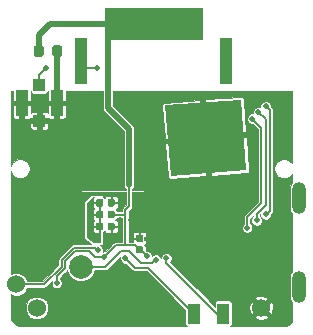
<source format=gbl>
G04 #@! TF.GenerationSoftware,KiCad,Pcbnew,5.0.0+dfsg1-2*
G04 #@! TF.CreationDate,2018-09-16T15:45:03-04:00*
G04 #@! TF.ProjectId,goodwatch30,676F6F64776174636833302E6B696361,30*
G04 #@! TF.SameCoordinates,Original*
G04 #@! TF.FileFunction,Copper,L2,Bot,Signal*
G04 #@! TF.FilePolarity,Positive*
%FSLAX46Y46*%
G04 Gerber Fmt 4.6, Leading zero omitted, Abs format (unit mm)*
G04 Created by KiCad (PCBNEW 5.0.0+dfsg1-2) date Sun Sep 16 15:45:03 2018*
%MOMM*%
%LPD*%
G01*
G04 APERTURE LIST*
G04 #@! TA.AperFunction,Conductor*
%ADD10C,0.100000*%
G04 #@! TD*
G04 #@! TA.AperFunction,SMDPad,CuDef*
%ADD11C,0.590000*%
G04 #@! TD*
G04 #@! TA.AperFunction,BGAPad,CuDef*
%ADD12C,2.000000*%
G04 #@! TD*
G04 #@! TA.AperFunction,ComponentPad*
%ADD13C,1.524000*%
G04 #@! TD*
G04 #@! TA.AperFunction,ConnectorPad*
%ADD14R,8.300000X2.750000*%
G04 #@! TD*
G04 #@! TA.AperFunction,ConnectorPad*
%ADD15C,6.000000*%
G04 #@! TD*
G04 #@! TA.AperFunction,ComponentPad*
%ADD16O,1.200000X2.700000*%
G04 #@! TD*
G04 #@! TA.AperFunction,SMDPad,CuDef*
%ADD17R,1.050000X2.200000*%
G04 #@! TD*
G04 #@! TA.AperFunction,SMDPad,CuDef*
%ADD18R,1.000000X1.000000*%
G04 #@! TD*
G04 #@! TA.AperFunction,SMDPad,CuDef*
%ADD19R,1.000000X4.000000*%
G04 #@! TD*
G04 #@! TA.AperFunction,SMDPad,CuDef*
%ADD20C,0.875000*%
G04 #@! TD*
G04 #@! TA.AperFunction,SMDPad,CuDef*
%ADD21R,1.000000X1.800000*%
G04 #@! TD*
G04 #@! TA.AperFunction,ViaPad*
%ADD22C,0.500000*%
G04 #@! TD*
G04 #@! TA.AperFunction,Conductor*
%ADD23C,0.150000*%
G04 #@! TD*
G04 #@! TA.AperFunction,Conductor*
%ADD24C,0.500000*%
G04 #@! TD*
G04 APERTURE END LIST*
D10*
G04 #@! TO.N,/RFVCC*
G04 #@! TO.C,C8*
G36*
X105076958Y-77180710D02*
X105091276Y-77182834D01*
X105105317Y-77186351D01*
X105118946Y-77191228D01*
X105132031Y-77197417D01*
X105144447Y-77204858D01*
X105156073Y-77213481D01*
X105166798Y-77223202D01*
X105176519Y-77233927D01*
X105185142Y-77245553D01*
X105192583Y-77257969D01*
X105198772Y-77271054D01*
X105203649Y-77284683D01*
X105207166Y-77298724D01*
X105209290Y-77313042D01*
X105210000Y-77327500D01*
X105210000Y-77672500D01*
X105209290Y-77686958D01*
X105207166Y-77701276D01*
X105203649Y-77715317D01*
X105198772Y-77728946D01*
X105192583Y-77742031D01*
X105185142Y-77754447D01*
X105176519Y-77766073D01*
X105166798Y-77776798D01*
X105156073Y-77786519D01*
X105144447Y-77795142D01*
X105132031Y-77802583D01*
X105118946Y-77808772D01*
X105105317Y-77813649D01*
X105091276Y-77817166D01*
X105076958Y-77819290D01*
X105062500Y-77820000D01*
X104767500Y-77820000D01*
X104753042Y-77819290D01*
X104738724Y-77817166D01*
X104724683Y-77813649D01*
X104711054Y-77808772D01*
X104697969Y-77802583D01*
X104685553Y-77795142D01*
X104673927Y-77786519D01*
X104663202Y-77776798D01*
X104653481Y-77766073D01*
X104644858Y-77754447D01*
X104637417Y-77742031D01*
X104631228Y-77728946D01*
X104626351Y-77715317D01*
X104622834Y-77701276D01*
X104620710Y-77686958D01*
X104620000Y-77672500D01*
X104620000Y-77327500D01*
X104620710Y-77313042D01*
X104622834Y-77298724D01*
X104626351Y-77284683D01*
X104631228Y-77271054D01*
X104637417Y-77257969D01*
X104644858Y-77245553D01*
X104653481Y-77233927D01*
X104663202Y-77223202D01*
X104673927Y-77213481D01*
X104685553Y-77204858D01*
X104697969Y-77197417D01*
X104711054Y-77191228D01*
X104724683Y-77186351D01*
X104738724Y-77182834D01*
X104753042Y-77180710D01*
X104767500Y-77180000D01*
X105062500Y-77180000D01*
X105076958Y-77180710D01*
X105076958Y-77180710D01*
G37*
D11*
G04 #@! TD*
G04 #@! TO.P,C8,1*
G04 #@! TO.N,/RFVCC*
X104915000Y-77500000D03*
D10*
G04 #@! TO.N,GND*
G04 #@! TO.C,C8*
G36*
X106046958Y-77180710D02*
X106061276Y-77182834D01*
X106075317Y-77186351D01*
X106088946Y-77191228D01*
X106102031Y-77197417D01*
X106114447Y-77204858D01*
X106126073Y-77213481D01*
X106136798Y-77223202D01*
X106146519Y-77233927D01*
X106155142Y-77245553D01*
X106162583Y-77257969D01*
X106168772Y-77271054D01*
X106173649Y-77284683D01*
X106177166Y-77298724D01*
X106179290Y-77313042D01*
X106180000Y-77327500D01*
X106180000Y-77672500D01*
X106179290Y-77686958D01*
X106177166Y-77701276D01*
X106173649Y-77715317D01*
X106168772Y-77728946D01*
X106162583Y-77742031D01*
X106155142Y-77754447D01*
X106146519Y-77766073D01*
X106136798Y-77776798D01*
X106126073Y-77786519D01*
X106114447Y-77795142D01*
X106102031Y-77802583D01*
X106088946Y-77808772D01*
X106075317Y-77813649D01*
X106061276Y-77817166D01*
X106046958Y-77819290D01*
X106032500Y-77820000D01*
X105737500Y-77820000D01*
X105723042Y-77819290D01*
X105708724Y-77817166D01*
X105694683Y-77813649D01*
X105681054Y-77808772D01*
X105667969Y-77802583D01*
X105655553Y-77795142D01*
X105643927Y-77786519D01*
X105633202Y-77776798D01*
X105623481Y-77766073D01*
X105614858Y-77754447D01*
X105607417Y-77742031D01*
X105601228Y-77728946D01*
X105596351Y-77715317D01*
X105592834Y-77701276D01*
X105590710Y-77686958D01*
X105590000Y-77672500D01*
X105590000Y-77327500D01*
X105590710Y-77313042D01*
X105592834Y-77298724D01*
X105596351Y-77284683D01*
X105601228Y-77271054D01*
X105607417Y-77257969D01*
X105614858Y-77245553D01*
X105623481Y-77233927D01*
X105633202Y-77223202D01*
X105643927Y-77213481D01*
X105655553Y-77204858D01*
X105667969Y-77197417D01*
X105681054Y-77191228D01*
X105694683Y-77186351D01*
X105708724Y-77182834D01*
X105723042Y-77180710D01*
X105737500Y-77180000D01*
X106032500Y-77180000D01*
X106046958Y-77180710D01*
X106046958Y-77180710D01*
G37*
D11*
G04 #@! TD*
G04 #@! TO.P,C8,2*
G04 #@! TO.N,GND*
X105885000Y-77500000D03*
D10*
G04 #@! TO.N,GND*
G04 #@! TO.C,C9*
G36*
X106046958Y-75180710D02*
X106061276Y-75182834D01*
X106075317Y-75186351D01*
X106088946Y-75191228D01*
X106102031Y-75197417D01*
X106114447Y-75204858D01*
X106126073Y-75213481D01*
X106136798Y-75223202D01*
X106146519Y-75233927D01*
X106155142Y-75245553D01*
X106162583Y-75257969D01*
X106168772Y-75271054D01*
X106173649Y-75284683D01*
X106177166Y-75298724D01*
X106179290Y-75313042D01*
X106180000Y-75327500D01*
X106180000Y-75672500D01*
X106179290Y-75686958D01*
X106177166Y-75701276D01*
X106173649Y-75715317D01*
X106168772Y-75728946D01*
X106162583Y-75742031D01*
X106155142Y-75754447D01*
X106146519Y-75766073D01*
X106136798Y-75776798D01*
X106126073Y-75786519D01*
X106114447Y-75795142D01*
X106102031Y-75802583D01*
X106088946Y-75808772D01*
X106075317Y-75813649D01*
X106061276Y-75817166D01*
X106046958Y-75819290D01*
X106032500Y-75820000D01*
X105737500Y-75820000D01*
X105723042Y-75819290D01*
X105708724Y-75817166D01*
X105694683Y-75813649D01*
X105681054Y-75808772D01*
X105667969Y-75802583D01*
X105655553Y-75795142D01*
X105643927Y-75786519D01*
X105633202Y-75776798D01*
X105623481Y-75766073D01*
X105614858Y-75754447D01*
X105607417Y-75742031D01*
X105601228Y-75728946D01*
X105596351Y-75715317D01*
X105592834Y-75701276D01*
X105590710Y-75686958D01*
X105590000Y-75672500D01*
X105590000Y-75327500D01*
X105590710Y-75313042D01*
X105592834Y-75298724D01*
X105596351Y-75284683D01*
X105601228Y-75271054D01*
X105607417Y-75257969D01*
X105614858Y-75245553D01*
X105623481Y-75233927D01*
X105633202Y-75223202D01*
X105643927Y-75213481D01*
X105655553Y-75204858D01*
X105667969Y-75197417D01*
X105681054Y-75191228D01*
X105694683Y-75186351D01*
X105708724Y-75182834D01*
X105723042Y-75180710D01*
X105737500Y-75180000D01*
X106032500Y-75180000D01*
X106046958Y-75180710D01*
X106046958Y-75180710D01*
G37*
D11*
G04 #@! TD*
G04 #@! TO.P,C9,2*
G04 #@! TO.N,GND*
X105885000Y-75500000D03*
D10*
G04 #@! TO.N,/RFVCC*
G04 #@! TO.C,C9*
G36*
X105076958Y-75180710D02*
X105091276Y-75182834D01*
X105105317Y-75186351D01*
X105118946Y-75191228D01*
X105132031Y-75197417D01*
X105144447Y-75204858D01*
X105156073Y-75213481D01*
X105166798Y-75223202D01*
X105176519Y-75233927D01*
X105185142Y-75245553D01*
X105192583Y-75257969D01*
X105198772Y-75271054D01*
X105203649Y-75284683D01*
X105207166Y-75298724D01*
X105209290Y-75313042D01*
X105210000Y-75327500D01*
X105210000Y-75672500D01*
X105209290Y-75686958D01*
X105207166Y-75701276D01*
X105203649Y-75715317D01*
X105198772Y-75728946D01*
X105192583Y-75742031D01*
X105185142Y-75754447D01*
X105176519Y-75766073D01*
X105166798Y-75776798D01*
X105156073Y-75786519D01*
X105144447Y-75795142D01*
X105132031Y-75802583D01*
X105118946Y-75808772D01*
X105105317Y-75813649D01*
X105091276Y-75817166D01*
X105076958Y-75819290D01*
X105062500Y-75820000D01*
X104767500Y-75820000D01*
X104753042Y-75819290D01*
X104738724Y-75817166D01*
X104724683Y-75813649D01*
X104711054Y-75808772D01*
X104697969Y-75802583D01*
X104685553Y-75795142D01*
X104673927Y-75786519D01*
X104663202Y-75776798D01*
X104653481Y-75766073D01*
X104644858Y-75754447D01*
X104637417Y-75742031D01*
X104631228Y-75728946D01*
X104626351Y-75715317D01*
X104622834Y-75701276D01*
X104620710Y-75686958D01*
X104620000Y-75672500D01*
X104620000Y-75327500D01*
X104620710Y-75313042D01*
X104622834Y-75298724D01*
X104626351Y-75284683D01*
X104631228Y-75271054D01*
X104637417Y-75257969D01*
X104644858Y-75245553D01*
X104653481Y-75233927D01*
X104663202Y-75223202D01*
X104673927Y-75213481D01*
X104685553Y-75204858D01*
X104697969Y-75197417D01*
X104711054Y-75191228D01*
X104724683Y-75186351D01*
X104738724Y-75182834D01*
X104753042Y-75180710D01*
X104767500Y-75180000D01*
X105062500Y-75180000D01*
X105076958Y-75180710D01*
X105076958Y-75180710D01*
G37*
D11*
G04 #@! TD*
G04 #@! TO.P,C9,1*
G04 #@! TO.N,/RFVCC*
X104915000Y-75500000D03*
D10*
G04 #@! TO.N,VCC*
G04 #@! TO.C,C3*
G36*
X108486958Y-79190710D02*
X108501276Y-79192834D01*
X108515317Y-79196351D01*
X108528946Y-79201228D01*
X108542031Y-79207417D01*
X108554447Y-79214858D01*
X108566073Y-79223481D01*
X108576798Y-79233202D01*
X108586519Y-79243927D01*
X108595142Y-79255553D01*
X108602583Y-79267969D01*
X108608772Y-79281054D01*
X108613649Y-79294683D01*
X108617166Y-79308724D01*
X108619290Y-79323042D01*
X108620000Y-79337500D01*
X108620000Y-79632500D01*
X108619290Y-79646958D01*
X108617166Y-79661276D01*
X108613649Y-79675317D01*
X108608772Y-79688946D01*
X108602583Y-79702031D01*
X108595142Y-79714447D01*
X108586519Y-79726073D01*
X108576798Y-79736798D01*
X108566073Y-79746519D01*
X108554447Y-79755142D01*
X108542031Y-79762583D01*
X108528946Y-79768772D01*
X108515317Y-79773649D01*
X108501276Y-79777166D01*
X108486958Y-79779290D01*
X108472500Y-79780000D01*
X108127500Y-79780000D01*
X108113042Y-79779290D01*
X108098724Y-79777166D01*
X108084683Y-79773649D01*
X108071054Y-79768772D01*
X108057969Y-79762583D01*
X108045553Y-79755142D01*
X108033927Y-79746519D01*
X108023202Y-79736798D01*
X108013481Y-79726073D01*
X108004858Y-79714447D01*
X107997417Y-79702031D01*
X107991228Y-79688946D01*
X107986351Y-79675317D01*
X107982834Y-79661276D01*
X107980710Y-79646958D01*
X107980000Y-79632500D01*
X107980000Y-79337500D01*
X107980710Y-79323042D01*
X107982834Y-79308724D01*
X107986351Y-79294683D01*
X107991228Y-79281054D01*
X107997417Y-79267969D01*
X108004858Y-79255553D01*
X108013481Y-79243927D01*
X108023202Y-79233202D01*
X108033927Y-79223481D01*
X108045553Y-79214858D01*
X108057969Y-79207417D01*
X108071054Y-79201228D01*
X108084683Y-79196351D01*
X108098724Y-79192834D01*
X108113042Y-79190710D01*
X108127500Y-79190000D01*
X108472500Y-79190000D01*
X108486958Y-79190710D01*
X108486958Y-79190710D01*
G37*
D11*
G04 #@! TD*
G04 #@! TO.P,C3,1*
G04 #@! TO.N,VCC*
X108300000Y-79485000D03*
D10*
G04 #@! TO.N,GND*
G04 #@! TO.C,C3*
G36*
X108486958Y-78220710D02*
X108501276Y-78222834D01*
X108515317Y-78226351D01*
X108528946Y-78231228D01*
X108542031Y-78237417D01*
X108554447Y-78244858D01*
X108566073Y-78253481D01*
X108576798Y-78263202D01*
X108586519Y-78273927D01*
X108595142Y-78285553D01*
X108602583Y-78297969D01*
X108608772Y-78311054D01*
X108613649Y-78324683D01*
X108617166Y-78338724D01*
X108619290Y-78353042D01*
X108620000Y-78367500D01*
X108620000Y-78662500D01*
X108619290Y-78676958D01*
X108617166Y-78691276D01*
X108613649Y-78705317D01*
X108608772Y-78718946D01*
X108602583Y-78732031D01*
X108595142Y-78744447D01*
X108586519Y-78756073D01*
X108576798Y-78766798D01*
X108566073Y-78776519D01*
X108554447Y-78785142D01*
X108542031Y-78792583D01*
X108528946Y-78798772D01*
X108515317Y-78803649D01*
X108501276Y-78807166D01*
X108486958Y-78809290D01*
X108472500Y-78810000D01*
X108127500Y-78810000D01*
X108113042Y-78809290D01*
X108098724Y-78807166D01*
X108084683Y-78803649D01*
X108071054Y-78798772D01*
X108057969Y-78792583D01*
X108045553Y-78785142D01*
X108033927Y-78776519D01*
X108023202Y-78766798D01*
X108013481Y-78756073D01*
X108004858Y-78744447D01*
X107997417Y-78732031D01*
X107991228Y-78718946D01*
X107986351Y-78705317D01*
X107982834Y-78691276D01*
X107980710Y-78676958D01*
X107980000Y-78662500D01*
X107980000Y-78367500D01*
X107980710Y-78353042D01*
X107982834Y-78338724D01*
X107986351Y-78324683D01*
X107991228Y-78311054D01*
X107997417Y-78297969D01*
X108004858Y-78285553D01*
X108013481Y-78273927D01*
X108023202Y-78263202D01*
X108033927Y-78253481D01*
X108045553Y-78244858D01*
X108057969Y-78237417D01*
X108071054Y-78231228D01*
X108084683Y-78226351D01*
X108098724Y-78222834D01*
X108113042Y-78220710D01*
X108127500Y-78220000D01*
X108472500Y-78220000D01*
X108486958Y-78220710D01*
X108486958Y-78220710D01*
G37*
D11*
G04 #@! TD*
G04 #@! TO.P,C3,2*
G04 #@! TO.N,GND*
X108300000Y-78515000D03*
D12*
G04 #@! TO.P,BRD1,8*
G04 #@! TO.N,/BUZZ*
X103350000Y-80900000D03*
D13*
G04 #@! TO.P,BRD1,7*
G04 #@! TO.N,GND*
X118600000Y-84400000D03*
G04 #@! TO.P,BRD1,6*
G04 #@! TO.N,/!RST*
X97870000Y-82400000D03*
G04 #@! TO.P,BRD1,5*
G04 #@! TO.N,/TST*
X99600000Y-84400000D03*
D14*
G04 #@! TO.P,BRD1,1*
G04 #@! TO.N,VCC*
X109500000Y-60400000D03*
D15*
G04 #@! TO.P,BRD1,2*
G04 #@! TO.N,GND*
X113900000Y-70000000D03*
D10*
G04 #@! TD*
G04 #@! TO.N,GND*
G04 #@! TO.C,BRD1*
G36*
X110945242Y-73241821D02*
X110474487Y-67260317D01*
X116854758Y-66758179D01*
X117325513Y-72739683D01*
X110945242Y-73241821D01*
X110945242Y-73241821D01*
G37*
D16*
G04 #@! TO.P,BRD1,3*
G04 #@! TO.N,Net-(BRD1-Pad3)*
X121800000Y-75100000D03*
G04 #@! TO.P,BRD1,4*
G04 #@! TO.N,Net-(BRD1-Pad4)*
X121800000Y-82600000D03*
G04 #@! TD*
D17*
G04 #@! TO.P,J1,2*
G04 #@! TO.N,GND*
X98325000Y-67050000D03*
X101275000Y-67050000D03*
D18*
X99800000Y-68550000D03*
G04 #@! TO.P,J1,1*
G04 #@! TO.N,Net-(A1-Pad1)*
X99800000Y-65550000D03*
G04 #@! TD*
D19*
G04 #@! TO.P,A1,1*
G04 #@! TO.N,Net-(A1-Pad1)*
X103300000Y-63500000D03*
G04 #@! TO.P,A1,2*
G04 #@! TO.N,N/C*
X115600000Y-63500000D03*
G04 #@! TD*
D10*
G04 #@! TO.N,VCC*
G04 #@! TO.C,C1*
G36*
X99989691Y-62177053D02*
X100010926Y-62180203D01*
X100031750Y-62185419D01*
X100051962Y-62192651D01*
X100071368Y-62201830D01*
X100089781Y-62212866D01*
X100107024Y-62225654D01*
X100122930Y-62240070D01*
X100137346Y-62255976D01*
X100150134Y-62273219D01*
X100161170Y-62291632D01*
X100170349Y-62311038D01*
X100177581Y-62331250D01*
X100182797Y-62352074D01*
X100185947Y-62373309D01*
X100187000Y-62394750D01*
X100187000Y-62907250D01*
X100185947Y-62928691D01*
X100182797Y-62949926D01*
X100177581Y-62970750D01*
X100170349Y-62990962D01*
X100161170Y-63010368D01*
X100150134Y-63028781D01*
X100137346Y-63046024D01*
X100122930Y-63061930D01*
X100107024Y-63076346D01*
X100089781Y-63089134D01*
X100071368Y-63100170D01*
X100051962Y-63109349D01*
X100031750Y-63116581D01*
X100010926Y-63121797D01*
X99989691Y-63124947D01*
X99968250Y-63126000D01*
X99530750Y-63126000D01*
X99509309Y-63124947D01*
X99488074Y-63121797D01*
X99467250Y-63116581D01*
X99447038Y-63109349D01*
X99427632Y-63100170D01*
X99409219Y-63089134D01*
X99391976Y-63076346D01*
X99376070Y-63061930D01*
X99361654Y-63046024D01*
X99348866Y-63028781D01*
X99337830Y-63010368D01*
X99328651Y-62990962D01*
X99321419Y-62970750D01*
X99316203Y-62949926D01*
X99313053Y-62928691D01*
X99312000Y-62907250D01*
X99312000Y-62394750D01*
X99313053Y-62373309D01*
X99316203Y-62352074D01*
X99321419Y-62331250D01*
X99328651Y-62311038D01*
X99337830Y-62291632D01*
X99348866Y-62273219D01*
X99361654Y-62255976D01*
X99376070Y-62240070D01*
X99391976Y-62225654D01*
X99409219Y-62212866D01*
X99427632Y-62201830D01*
X99447038Y-62192651D01*
X99467250Y-62185419D01*
X99488074Y-62180203D01*
X99509309Y-62177053D01*
X99530750Y-62176000D01*
X99968250Y-62176000D01*
X99989691Y-62177053D01*
X99989691Y-62177053D01*
G37*
D20*
G04 #@! TD*
G04 #@! TO.P,C1,1*
G04 #@! TO.N,VCC*
X99749500Y-62651000D03*
D10*
G04 #@! TO.N,GND*
G04 #@! TO.C,C1*
G36*
X101564691Y-62177053D02*
X101585926Y-62180203D01*
X101606750Y-62185419D01*
X101626962Y-62192651D01*
X101646368Y-62201830D01*
X101664781Y-62212866D01*
X101682024Y-62225654D01*
X101697930Y-62240070D01*
X101712346Y-62255976D01*
X101725134Y-62273219D01*
X101736170Y-62291632D01*
X101745349Y-62311038D01*
X101752581Y-62331250D01*
X101757797Y-62352074D01*
X101760947Y-62373309D01*
X101762000Y-62394750D01*
X101762000Y-62907250D01*
X101760947Y-62928691D01*
X101757797Y-62949926D01*
X101752581Y-62970750D01*
X101745349Y-62990962D01*
X101736170Y-63010368D01*
X101725134Y-63028781D01*
X101712346Y-63046024D01*
X101697930Y-63061930D01*
X101682024Y-63076346D01*
X101664781Y-63089134D01*
X101646368Y-63100170D01*
X101626962Y-63109349D01*
X101606750Y-63116581D01*
X101585926Y-63121797D01*
X101564691Y-63124947D01*
X101543250Y-63126000D01*
X101105750Y-63126000D01*
X101084309Y-63124947D01*
X101063074Y-63121797D01*
X101042250Y-63116581D01*
X101022038Y-63109349D01*
X101002632Y-63100170D01*
X100984219Y-63089134D01*
X100966976Y-63076346D01*
X100951070Y-63061930D01*
X100936654Y-63046024D01*
X100923866Y-63028781D01*
X100912830Y-63010368D01*
X100903651Y-62990962D01*
X100896419Y-62970750D01*
X100891203Y-62949926D01*
X100888053Y-62928691D01*
X100887000Y-62907250D01*
X100887000Y-62394750D01*
X100888053Y-62373309D01*
X100891203Y-62352074D01*
X100896419Y-62331250D01*
X100903651Y-62311038D01*
X100912830Y-62291632D01*
X100923866Y-62273219D01*
X100936654Y-62255976D01*
X100951070Y-62240070D01*
X100966976Y-62225654D01*
X100984219Y-62212866D01*
X101002632Y-62201830D01*
X101022038Y-62192651D01*
X101042250Y-62185419D01*
X101063074Y-62180203D01*
X101084309Y-62177053D01*
X101105750Y-62176000D01*
X101543250Y-62176000D01*
X101564691Y-62177053D01*
X101564691Y-62177053D01*
G37*
D20*
G04 #@! TD*
G04 #@! TO.P,C1,2*
G04 #@! TO.N,GND*
X101324500Y-62651000D03*
D10*
G04 #@! TO.N,/RFVCC*
G04 #@! TO.C,L1*
G36*
X105076958Y-76174710D02*
X105091276Y-76176834D01*
X105105317Y-76180351D01*
X105118946Y-76185228D01*
X105132031Y-76191417D01*
X105144447Y-76198858D01*
X105156073Y-76207481D01*
X105166798Y-76217202D01*
X105176519Y-76227927D01*
X105185142Y-76239553D01*
X105192583Y-76251969D01*
X105198772Y-76265054D01*
X105203649Y-76278683D01*
X105207166Y-76292724D01*
X105209290Y-76307042D01*
X105210000Y-76321500D01*
X105210000Y-76666500D01*
X105209290Y-76680958D01*
X105207166Y-76695276D01*
X105203649Y-76709317D01*
X105198772Y-76722946D01*
X105192583Y-76736031D01*
X105185142Y-76748447D01*
X105176519Y-76760073D01*
X105166798Y-76770798D01*
X105156073Y-76780519D01*
X105144447Y-76789142D01*
X105132031Y-76796583D01*
X105118946Y-76802772D01*
X105105317Y-76807649D01*
X105091276Y-76811166D01*
X105076958Y-76813290D01*
X105062500Y-76814000D01*
X104767500Y-76814000D01*
X104753042Y-76813290D01*
X104738724Y-76811166D01*
X104724683Y-76807649D01*
X104711054Y-76802772D01*
X104697969Y-76796583D01*
X104685553Y-76789142D01*
X104673927Y-76780519D01*
X104663202Y-76770798D01*
X104653481Y-76760073D01*
X104644858Y-76748447D01*
X104637417Y-76736031D01*
X104631228Y-76722946D01*
X104626351Y-76709317D01*
X104622834Y-76695276D01*
X104620710Y-76680958D01*
X104620000Y-76666500D01*
X104620000Y-76321500D01*
X104620710Y-76307042D01*
X104622834Y-76292724D01*
X104626351Y-76278683D01*
X104631228Y-76265054D01*
X104637417Y-76251969D01*
X104644858Y-76239553D01*
X104653481Y-76227927D01*
X104663202Y-76217202D01*
X104673927Y-76207481D01*
X104685553Y-76198858D01*
X104697969Y-76191417D01*
X104711054Y-76185228D01*
X104724683Y-76180351D01*
X104738724Y-76176834D01*
X104753042Y-76174710D01*
X104767500Y-76174000D01*
X105062500Y-76174000D01*
X105076958Y-76174710D01*
X105076958Y-76174710D01*
G37*
D11*
G04 #@! TD*
G04 #@! TO.P,L1,1*
G04 #@! TO.N,/RFVCC*
X104915000Y-76494000D03*
D10*
G04 #@! TO.N,VCC*
G04 #@! TO.C,L1*
G36*
X106046958Y-76174710D02*
X106061276Y-76176834D01*
X106075317Y-76180351D01*
X106088946Y-76185228D01*
X106102031Y-76191417D01*
X106114447Y-76198858D01*
X106126073Y-76207481D01*
X106136798Y-76217202D01*
X106146519Y-76227927D01*
X106155142Y-76239553D01*
X106162583Y-76251969D01*
X106168772Y-76265054D01*
X106173649Y-76278683D01*
X106177166Y-76292724D01*
X106179290Y-76307042D01*
X106180000Y-76321500D01*
X106180000Y-76666500D01*
X106179290Y-76680958D01*
X106177166Y-76695276D01*
X106173649Y-76709317D01*
X106168772Y-76722946D01*
X106162583Y-76736031D01*
X106155142Y-76748447D01*
X106146519Y-76760073D01*
X106136798Y-76770798D01*
X106126073Y-76780519D01*
X106114447Y-76789142D01*
X106102031Y-76796583D01*
X106088946Y-76802772D01*
X106075317Y-76807649D01*
X106061276Y-76811166D01*
X106046958Y-76813290D01*
X106032500Y-76814000D01*
X105737500Y-76814000D01*
X105723042Y-76813290D01*
X105708724Y-76811166D01*
X105694683Y-76807649D01*
X105681054Y-76802772D01*
X105667969Y-76796583D01*
X105655553Y-76789142D01*
X105643927Y-76780519D01*
X105633202Y-76770798D01*
X105623481Y-76760073D01*
X105614858Y-76748447D01*
X105607417Y-76736031D01*
X105601228Y-76722946D01*
X105596351Y-76709317D01*
X105592834Y-76695276D01*
X105590710Y-76680958D01*
X105590000Y-76666500D01*
X105590000Y-76321500D01*
X105590710Y-76307042D01*
X105592834Y-76292724D01*
X105596351Y-76278683D01*
X105601228Y-76265054D01*
X105607417Y-76251969D01*
X105614858Y-76239553D01*
X105623481Y-76227927D01*
X105633202Y-76217202D01*
X105643927Y-76207481D01*
X105655553Y-76198858D01*
X105667969Y-76191417D01*
X105681054Y-76185228D01*
X105694683Y-76180351D01*
X105708724Y-76176834D01*
X105723042Y-76174710D01*
X105737500Y-76174000D01*
X106032500Y-76174000D01*
X106046958Y-76174710D01*
X106046958Y-76174710D01*
G37*
D11*
G04 #@! TD*
G04 #@! TO.P,L1,2*
G04 #@! TO.N,VCC*
X105885000Y-76494000D03*
D21*
G04 #@! TO.P,Y1,1*
G04 #@! TO.N,Net-(U1-Pad55)*
X112876000Y-84876000D03*
G04 #@! TO.P,Y1,2*
G04 #@! TO.N,Net-(U1-Pad54)*
X115376000Y-84876000D03*
G04 #@! TD*
D22*
G04 #@! TO.N,GND*
X104140000Y-67564000D03*
X100200000Y-67500000D03*
X101346000Y-72136000D03*
X108966000Y-75692000D03*
X108966000Y-76962000D03*
X108966000Y-78486000D03*
X117100000Y-83800000D03*
X117094000Y-85344000D03*
X110998000Y-85344000D03*
X105664000Y-85344000D03*
X97790000Y-70612000D03*
X97790000Y-68850000D03*
X120650000Y-70358000D03*
X120650000Y-67056000D03*
X119888000Y-66294000D03*
X117602000Y-66294000D03*
X113284000Y-66294000D03*
X117856000Y-79502000D03*
X108966000Y-74168000D03*
X110490000Y-74422000D03*
X110744000Y-78486000D03*
X110744000Y-76962000D03*
X104902000Y-73914000D03*
X120396000Y-74422000D03*
X120142000Y-76708000D03*
X119380000Y-78994000D03*
X119380000Y-81280000D03*
X118000000Y-73700000D03*
X117595000Y-75438000D03*
X116793000Y-81320000D03*
X107268000Y-66715000D03*
X102696000Y-66334000D03*
X99400000Y-66650000D03*
X111459000Y-67604000D03*
X106600000Y-77000000D03*
X106760000Y-75351000D03*
X115142000Y-67477000D03*
X116800000Y-77200000D03*
X115269000Y-74135200D03*
X115269000Y-72430000D03*
X107600000Y-77000000D03*
X108458000Y-85344000D03*
X101000000Y-78500000D03*
X98600000Y-77500000D03*
X101600000Y-83900000D03*
X102000000Y-81700000D03*
X102072285Y-75172285D03*
X111500000Y-66400000D03*
X106300000Y-78400000D03*
G04 #@! TO.N,VCC*
X108919000Y-80010000D03*
X107395000Y-73954000D03*
X105296397Y-80099212D03*
X101300000Y-82300000D03*
G04 #@! TO.N,Net-(U1-Pad54)*
X110570000Y-80177000D03*
G04 #@! TO.N,Net-(U1-Pad55)*
X107100000Y-80200000D03*
G04 #@! TO.N,/!RST*
X104753400Y-79516600D03*
G04 #@! TO.N,/COM0*
X118970552Y-67335422D03*
X118974981Y-76489728D03*
G04 #@! TO.N,/COM1*
X118358989Y-67816011D03*
X118200000Y-77000000D03*
G04 #@! TO.N,/COM2*
X117400000Y-77600000D03*
X117821870Y-68382721D03*
G04 #@! TO.N,Net-(A1-Pad1)*
X104700000Y-64100000D03*
X100408282Y-64100000D03*
G04 #@! TO.N,/RFVCC*
X104093000Y-76821200D03*
X104093000Y-75732000D03*
X104474000Y-78526000D03*
G04 #@! TO.N,/BUZZ*
X109681000Y-80304000D03*
G04 #@! TD*
D23*
G04 #@! TO.N,GND*
X110706000Y-77000000D02*
X110744000Y-76962000D01*
X107649000Y-77049000D02*
X107600000Y-77000000D01*
X101287000Y-67505000D02*
X101346000Y-67564000D01*
D24*
X101287000Y-62651000D02*
X101287000Y-67505000D01*
D23*
G04 #@! TO.N,VCC*
X99762000Y-62651000D02*
X99787000Y-62651000D01*
X99812000Y-62651000D02*
X99787000Y-62651000D01*
D24*
X105617000Y-62651000D02*
X105617000Y-60844800D01*
D23*
X105617000Y-60844800D02*
X105172200Y-60400000D01*
D24*
X102985200Y-60400000D02*
X105172200Y-60400000D01*
X105172200Y-60400000D02*
X109500000Y-60400000D01*
D23*
X108919000Y-79917200D02*
X108919000Y-79958401D01*
D24*
X105617000Y-67451610D02*
X105617000Y-62651000D01*
X107395000Y-69229610D02*
X105617000Y-67451610D01*
X107395000Y-73954000D02*
X107395000Y-69229610D01*
D23*
X109414000Y-61254000D02*
X109420000Y-61260000D01*
D24*
X102985200Y-60400000D02*
X100700000Y-60400000D01*
X100700000Y-60400000D02*
X99800000Y-61300000D01*
X99800000Y-61300000D02*
X99800000Y-62700000D01*
D23*
X108919000Y-80010000D02*
X108919000Y-79919000D01*
X107027299Y-76494000D02*
X107033299Y-76500000D01*
X105933000Y-76494000D02*
X107027299Y-76494000D01*
X104942844Y-80099212D02*
X105296397Y-80099212D01*
X104499212Y-80099212D02*
X104942844Y-80099212D01*
X101300000Y-82300000D02*
X101300000Y-81724279D01*
X101300000Y-81724279D02*
X102000000Y-81024279D01*
X102000000Y-80436998D02*
X102836998Y-79600000D01*
X102000000Y-81024279D02*
X102000000Y-80436998D01*
X102836998Y-79600000D02*
X104000000Y-79600000D01*
X104000000Y-79600000D02*
X104499212Y-80099212D01*
X105296397Y-80099212D02*
X106295609Y-79100000D01*
X106295609Y-79100000D02*
X107000000Y-79100000D01*
X107915000Y-79100000D02*
X108300000Y-79485000D01*
X108394000Y-79485000D02*
X108919000Y-80010000D01*
X108300000Y-79485000D02*
X108394000Y-79485000D01*
X107100000Y-79000000D02*
X107000000Y-79100000D01*
X107033299Y-76500000D02*
X107100000Y-76566701D01*
X107100000Y-76566701D02*
X107100000Y-79000000D01*
X107100000Y-76100000D02*
X107100000Y-76600000D01*
X107395000Y-73954000D02*
X107395000Y-75805000D01*
X107395000Y-75805000D02*
X107100000Y-76100000D01*
X107100000Y-79000000D02*
X107200000Y-79100000D01*
X107000000Y-79100000D02*
X107200000Y-79100000D01*
X107200000Y-79100000D02*
X107915000Y-79100000D01*
G04 #@! TO.N,Net-(U1-Pad54)*
X114876000Y-84876000D02*
X115376000Y-84876000D01*
X110570000Y-80177000D02*
X110570000Y-80570000D01*
X110570000Y-80570000D02*
X114876000Y-84876000D01*
G04 #@! TO.N,Net-(U1-Pad55)*
X107900000Y-81000000D02*
X107100000Y-80200000D01*
X112876000Y-84876000D02*
X109000000Y-81000000D01*
X109000000Y-81000000D02*
X107900000Y-81000000D01*
G04 #@! TO.N,/!RST*
X100200000Y-82400000D02*
X97850000Y-82400000D01*
X101700000Y-80900000D02*
X100200000Y-82400000D01*
X101700000Y-80312719D02*
X101700000Y-80900000D01*
X102712719Y-79300000D02*
X101700000Y-80312719D01*
X104753400Y-79516600D02*
X104536800Y-79300000D01*
X104536800Y-79300000D02*
X102712719Y-79300000D01*
G04 #@! TO.N,/COM0*
X118974981Y-67339851D02*
X118970552Y-67335422D01*
X119311222Y-76153487D02*
X119311222Y-67676092D01*
X118974981Y-76489728D02*
X119311222Y-76153487D01*
X119311222Y-67676092D02*
X118970552Y-67335422D01*
G04 #@! TO.N,/COM1*
X118375701Y-67832723D02*
X118358989Y-67816011D01*
X118358989Y-67816011D02*
X118955611Y-68412633D01*
X118955611Y-68412633D02*
X118955611Y-75670381D01*
X118200000Y-76425992D02*
X118200000Y-77000000D01*
X118955611Y-75670381D02*
X118200000Y-76425992D01*
G04 #@! TO.N,/COM2*
X117823000Y-68381591D02*
X117821870Y-68382721D01*
X117823000Y-68380000D02*
X117823000Y-68381591D01*
X118600000Y-69160851D02*
X117821870Y-68382721D01*
X117400000Y-77600000D02*
X117400000Y-76723083D01*
X117400000Y-76723083D02*
X118600000Y-75523083D01*
X118600000Y-75523083D02*
X118600000Y-69160851D01*
G04 #@! TO.N,Net-(A1-Pad1)*
X104700000Y-64100000D02*
X103400000Y-64100000D01*
X103400000Y-64100000D02*
X103300000Y-64000000D01*
X103300000Y-64000000D02*
X103300000Y-63500000D01*
X99800000Y-65550000D02*
X99800000Y-64708282D01*
X99800000Y-64708282D02*
X100408282Y-64100000D01*
G04 #@! TO.N,/BUZZ*
X109381001Y-80603999D02*
X109681000Y-80304000D01*
X108403999Y-80603999D02*
X109381001Y-80603999D01*
X107400000Y-79600000D02*
X108403999Y-80603999D01*
X103350000Y-80900000D02*
X105400000Y-80900000D01*
X106700000Y-79600000D02*
X107400000Y-79600000D01*
X105400000Y-80900000D02*
X106700000Y-79600000D01*
G04 #@! TD*
D10*
G04 #@! TO.N,GND*
G36*
X106650000Y-80110489D02*
X106650000Y-80289511D01*
X106718508Y-80454905D01*
X106845095Y-80581492D01*
X107010489Y-80650000D01*
X107161092Y-80650000D01*
X107686394Y-81175303D01*
X107701736Y-81198264D01*
X107792701Y-81259044D01*
X107872918Y-81275000D01*
X107872919Y-81275000D01*
X107900000Y-81280387D01*
X107927081Y-81275000D01*
X108886092Y-81275000D01*
X112172082Y-84560991D01*
X112172082Y-85776000D01*
X112187604Y-85854036D01*
X112231808Y-85920192D01*
X112297964Y-85964396D01*
X112321110Y-85969000D01*
X98199274Y-85969000D01*
X98004870Y-85892030D01*
X97543879Y-85557100D01*
X97412000Y-85397685D01*
X97412000Y-84208646D01*
X98638000Y-84208646D01*
X98638000Y-84591354D01*
X98784456Y-84944929D01*
X99055071Y-85215544D01*
X99408646Y-85362000D01*
X99791354Y-85362000D01*
X100144929Y-85215544D01*
X100415544Y-84944929D01*
X100562000Y-84591354D01*
X100562000Y-84208646D01*
X100415544Y-83855071D01*
X100144929Y-83584456D01*
X99791354Y-83438000D01*
X99408646Y-83438000D01*
X99055071Y-83584456D01*
X98784456Y-83855071D01*
X98638000Y-84208646D01*
X97412000Y-84208646D01*
X97412000Y-83251551D01*
X97678646Y-83362000D01*
X98061354Y-83362000D01*
X98414929Y-83215544D01*
X98685544Y-82944929D01*
X98797353Y-82675000D01*
X100172919Y-82675000D01*
X100200000Y-82680387D01*
X100227081Y-82675000D01*
X100227082Y-82675000D01*
X100307299Y-82659044D01*
X100398264Y-82598264D01*
X100413608Y-82575300D01*
X100900615Y-82088293D01*
X100850000Y-82210489D01*
X100850000Y-82389511D01*
X100918508Y-82554905D01*
X101045095Y-82681492D01*
X101210489Y-82750000D01*
X101389511Y-82750000D01*
X101554905Y-82681492D01*
X101681492Y-82554905D01*
X101750000Y-82389511D01*
X101750000Y-82210489D01*
X101681492Y-82045095D01*
X101575000Y-81938603D01*
X101575000Y-81838187D01*
X102175301Y-81237886D01*
X102187665Y-81229625D01*
X102332689Y-81579745D01*
X102670255Y-81917311D01*
X103111305Y-82100000D01*
X103588695Y-82100000D01*
X104029745Y-81917311D01*
X104367311Y-81579745D01*
X104534962Y-81175000D01*
X105372919Y-81175000D01*
X105400000Y-81180387D01*
X105427081Y-81175000D01*
X105427082Y-81175000D01*
X105507299Y-81159044D01*
X105598264Y-81098264D01*
X105613607Y-81075301D01*
X106700614Y-79988295D01*
X106650000Y-80110489D01*
X106650000Y-80110489D01*
G37*
X106650000Y-80110489D02*
X106650000Y-80289511D01*
X106718508Y-80454905D01*
X106845095Y-80581492D01*
X107010489Y-80650000D01*
X107161092Y-80650000D01*
X107686394Y-81175303D01*
X107701736Y-81198264D01*
X107792701Y-81259044D01*
X107872918Y-81275000D01*
X107872919Y-81275000D01*
X107900000Y-81280387D01*
X107927081Y-81275000D01*
X108886092Y-81275000D01*
X112172082Y-84560991D01*
X112172082Y-85776000D01*
X112187604Y-85854036D01*
X112231808Y-85920192D01*
X112297964Y-85964396D01*
X112321110Y-85969000D01*
X98199274Y-85969000D01*
X98004870Y-85892030D01*
X97543879Y-85557100D01*
X97412000Y-85397685D01*
X97412000Y-84208646D01*
X98638000Y-84208646D01*
X98638000Y-84591354D01*
X98784456Y-84944929D01*
X99055071Y-85215544D01*
X99408646Y-85362000D01*
X99791354Y-85362000D01*
X100144929Y-85215544D01*
X100415544Y-84944929D01*
X100562000Y-84591354D01*
X100562000Y-84208646D01*
X100415544Y-83855071D01*
X100144929Y-83584456D01*
X99791354Y-83438000D01*
X99408646Y-83438000D01*
X99055071Y-83584456D01*
X98784456Y-83855071D01*
X98638000Y-84208646D01*
X97412000Y-84208646D01*
X97412000Y-83251551D01*
X97678646Y-83362000D01*
X98061354Y-83362000D01*
X98414929Y-83215544D01*
X98685544Y-82944929D01*
X98797353Y-82675000D01*
X100172919Y-82675000D01*
X100200000Y-82680387D01*
X100227081Y-82675000D01*
X100227082Y-82675000D01*
X100307299Y-82659044D01*
X100398264Y-82598264D01*
X100413608Y-82575300D01*
X100900615Y-82088293D01*
X100850000Y-82210489D01*
X100850000Y-82389511D01*
X100918508Y-82554905D01*
X101045095Y-82681492D01*
X101210489Y-82750000D01*
X101389511Y-82750000D01*
X101554905Y-82681492D01*
X101681492Y-82554905D01*
X101750000Y-82389511D01*
X101750000Y-82210489D01*
X101681492Y-82045095D01*
X101575000Y-81938603D01*
X101575000Y-81838187D01*
X102175301Y-81237886D01*
X102187665Y-81229625D01*
X102332689Y-81579745D01*
X102670255Y-81917311D01*
X103111305Y-82100000D01*
X103588695Y-82100000D01*
X104029745Y-81917311D01*
X104367311Y-81579745D01*
X104534962Y-81175000D01*
X105372919Y-81175000D01*
X105400000Y-81180387D01*
X105427081Y-81175000D01*
X105427082Y-81175000D01*
X105507299Y-81159044D01*
X105598264Y-81098264D01*
X105613607Y-81075301D01*
X106700614Y-79988295D01*
X106650000Y-80110489D01*
G36*
X121188000Y-72170478D02*
X121178207Y-72146836D01*
X120953164Y-71921793D01*
X120659130Y-71800000D01*
X120340870Y-71800000D01*
X120046836Y-71921793D01*
X119821793Y-72146836D01*
X119700000Y-72440870D01*
X119700000Y-72759130D01*
X119821793Y-73053164D01*
X120046836Y-73278207D01*
X120340870Y-73400000D01*
X120659130Y-73400000D01*
X120953164Y-73278207D01*
X121178207Y-73053164D01*
X121188000Y-73029522D01*
X121188000Y-73825963D01*
X121046417Y-74037857D01*
X121000000Y-74271212D01*
X121000001Y-75928789D01*
X121046418Y-76162144D01*
X121188000Y-76374036D01*
X121188000Y-81325963D01*
X121046417Y-81537857D01*
X121000000Y-81771212D01*
X121000001Y-83428789D01*
X121046418Y-83662144D01*
X121188000Y-83874036D01*
X121188000Y-85596013D01*
X120918048Y-85819336D01*
X120599996Y-85969000D01*
X115930890Y-85969000D01*
X115954036Y-85964396D01*
X116020192Y-85920192D01*
X116064396Y-85854036D01*
X116079918Y-85776000D01*
X116079918Y-85212090D01*
X118070752Y-85212090D01*
X118166814Y-85336491D01*
X118558167Y-85430978D01*
X118955890Y-85368509D01*
X119033186Y-85336491D01*
X119129248Y-85212090D01*
X118600000Y-84682843D01*
X118070752Y-85212090D01*
X116079918Y-85212090D01*
X116079918Y-84358167D01*
X117569022Y-84358167D01*
X117631491Y-84755890D01*
X117663509Y-84833186D01*
X117787910Y-84929248D01*
X118317157Y-84400000D01*
X118882843Y-84400000D01*
X119412090Y-84929248D01*
X119536491Y-84833186D01*
X119630978Y-84441833D01*
X119568509Y-84044110D01*
X119536491Y-83966814D01*
X119412090Y-83870752D01*
X118882843Y-84400000D01*
X118317157Y-84400000D01*
X117787910Y-83870752D01*
X117663509Y-83966814D01*
X117569022Y-84358167D01*
X116079918Y-84358167D01*
X116079918Y-83976000D01*
X116064396Y-83897964D01*
X116020192Y-83831808D01*
X115954036Y-83787604D01*
X115876000Y-83772082D01*
X114876000Y-83772082D01*
X114797964Y-83787604D01*
X114731808Y-83831808D01*
X114687604Y-83897964D01*
X114672082Y-83976000D01*
X114672082Y-84283173D01*
X113976819Y-83587910D01*
X118070752Y-83587910D01*
X118600000Y-84117157D01*
X119129248Y-83587910D01*
X119033186Y-83463509D01*
X118641833Y-83369022D01*
X118244110Y-83431491D01*
X118166814Y-83463509D01*
X118070752Y-83587910D01*
X113976819Y-83587910D01*
X110886153Y-80497244D01*
X110951492Y-80431905D01*
X111020000Y-80266511D01*
X111020000Y-80087489D01*
X110951492Y-79922095D01*
X110824905Y-79795508D01*
X110659511Y-79727000D01*
X110480489Y-79727000D01*
X110315095Y-79795508D01*
X110188508Y-79922095D01*
X110120000Y-80087489D01*
X110120000Y-80187932D01*
X110062492Y-80049095D01*
X109935905Y-79922508D01*
X109770511Y-79854000D01*
X109591489Y-79854000D01*
X109426095Y-79922508D01*
X109369000Y-79979603D01*
X109369000Y-79920489D01*
X109300492Y-79755095D01*
X109173905Y-79628508D01*
X109008511Y-79560000D01*
X108857909Y-79560000D01*
X108823918Y-79526010D01*
X108823918Y-79337500D01*
X108797168Y-79203018D01*
X108720990Y-79089010D01*
X108674571Y-79057994D01*
X108761614Y-79021940D01*
X108831940Y-78951614D01*
X108870000Y-78859728D01*
X108870000Y-78725000D01*
X108807500Y-78662500D01*
X108650000Y-78662500D01*
X108650000Y-78367500D01*
X108807500Y-78367500D01*
X108870000Y-78305000D01*
X108870000Y-78170272D01*
X108831940Y-78078386D01*
X108761614Y-78008060D01*
X108669728Y-77970000D01*
X108650000Y-77970000D01*
X108650000Y-77510489D01*
X116950000Y-77510489D01*
X116950000Y-77689511D01*
X117018508Y-77854905D01*
X117145095Y-77981492D01*
X117310489Y-78050000D01*
X117489511Y-78050000D01*
X117654905Y-77981492D01*
X117781492Y-77854905D01*
X117850000Y-77689511D01*
X117850000Y-77510489D01*
X117781492Y-77345095D01*
X117675000Y-77238603D01*
X117675000Y-76836991D01*
X117925000Y-76586991D01*
X117925000Y-76638603D01*
X117818508Y-76745095D01*
X117750000Y-76910489D01*
X117750000Y-77089511D01*
X117818508Y-77254905D01*
X117945095Y-77381492D01*
X118110489Y-77450000D01*
X118289511Y-77450000D01*
X118454905Y-77381492D01*
X118581492Y-77254905D01*
X118650000Y-77089511D01*
X118650000Y-76910489D01*
X118581492Y-76745095D01*
X118475000Y-76638603D01*
X118475000Y-76539900D01*
X118524981Y-76489919D01*
X118524981Y-76579239D01*
X118593489Y-76744633D01*
X118720076Y-76871220D01*
X118885470Y-76939728D01*
X119064492Y-76939728D01*
X119229886Y-76871220D01*
X119356473Y-76744633D01*
X119424981Y-76579239D01*
X119424981Y-76428637D01*
X119486526Y-76367092D01*
X119509486Y-76351751D01*
X119570266Y-76260786D01*
X119586222Y-76180569D01*
X119586222Y-76180568D01*
X119591609Y-76153487D01*
X119586222Y-76126406D01*
X119586222Y-67703172D01*
X119591609Y-67676091D01*
X119580499Y-67620238D01*
X119570266Y-67568793D01*
X119509486Y-67477828D01*
X119486525Y-67462486D01*
X119420552Y-67396513D01*
X119420552Y-67245911D01*
X119352044Y-67080517D01*
X119225457Y-66953930D01*
X119060063Y-66885422D01*
X118881041Y-66885422D01*
X118715647Y-66953930D01*
X118589060Y-67080517D01*
X118520552Y-67245911D01*
X118520552Y-67395856D01*
X118448500Y-67366011D01*
X118269478Y-67366011D01*
X118104084Y-67434519D01*
X117977497Y-67561106D01*
X117908989Y-67726500D01*
X117908989Y-67905522D01*
X117922093Y-67937158D01*
X117911381Y-67932721D01*
X117732359Y-67932721D01*
X117566965Y-68001229D01*
X117440378Y-68127816D01*
X117371870Y-68293210D01*
X117371870Y-68472232D01*
X117440378Y-68637626D01*
X117566965Y-68764213D01*
X117732359Y-68832721D01*
X117882962Y-68832721D01*
X118325001Y-69274761D01*
X118325000Y-75409174D01*
X117224697Y-76509478D01*
X117201737Y-76524819D01*
X117165375Y-76579239D01*
X117140957Y-76615784D01*
X117119613Y-76723083D01*
X117125001Y-76750169D01*
X117125000Y-77238603D01*
X117018508Y-77345095D01*
X116950000Y-77510489D01*
X108650000Y-77510489D01*
X108650000Y-74500000D01*
X108646194Y-74480866D01*
X108635355Y-74464645D01*
X108619134Y-74453806D01*
X108600000Y-74450000D01*
X107670000Y-74450000D01*
X107670000Y-74315397D01*
X107681861Y-74303536D01*
X107719432Y-74278432D01*
X107744536Y-74240861D01*
X107776492Y-74208905D01*
X107793786Y-74167153D01*
X107818891Y-74129581D01*
X107827707Y-74085261D01*
X107845000Y-74043511D01*
X107845000Y-70532375D01*
X110481231Y-70532375D01*
X110692111Y-73211861D01*
X110699914Y-73311011D01*
X110745066Y-73399627D01*
X110820693Y-73464219D01*
X110915282Y-73494952D01*
X113893301Y-73260577D01*
X113950705Y-73193366D01*
X113716308Y-70215075D01*
X110538634Y-70465164D01*
X110481231Y-70532375D01*
X107845000Y-70532375D01*
X107845000Y-70183692D01*
X114115075Y-70183692D01*
X114349472Y-73161982D01*
X114416683Y-73219386D01*
X117394702Y-72985011D01*
X117483319Y-72939859D01*
X117547910Y-72864232D01*
X117578644Y-72769643D01*
X117570840Y-72670493D01*
X117359960Y-69991007D01*
X117292749Y-69933603D01*
X114115075Y-70183692D01*
X107845000Y-70183692D01*
X107845000Y-69273930D01*
X107853816Y-69229610D01*
X107834752Y-69133769D01*
X107818891Y-69054029D01*
X107719432Y-68905178D01*
X107681858Y-68880072D01*
X106067000Y-67265215D01*
X106067000Y-67230357D01*
X110221356Y-67230357D01*
X110229160Y-67329507D01*
X110440040Y-70008993D01*
X110507251Y-70066397D01*
X113684925Y-69816308D01*
X113450528Y-66838018D01*
X113413783Y-66806634D01*
X113849295Y-66806634D01*
X114083692Y-69784925D01*
X117261366Y-69534836D01*
X117318769Y-69467625D01*
X117107889Y-66788139D01*
X117100086Y-66688989D01*
X117054934Y-66600373D01*
X116979307Y-66535781D01*
X116884718Y-66505048D01*
X113906699Y-66739423D01*
X113849295Y-66806634D01*
X113413783Y-66806634D01*
X113383317Y-66780614D01*
X110405298Y-67014989D01*
X110316681Y-67060141D01*
X110252090Y-67135768D01*
X110221356Y-67230357D01*
X106067000Y-67230357D01*
X106067000Y-66003000D01*
X121188000Y-66003000D01*
X121188000Y-72170478D01*
X121188000Y-72170478D01*
G37*
X121188000Y-72170478D02*
X121178207Y-72146836D01*
X120953164Y-71921793D01*
X120659130Y-71800000D01*
X120340870Y-71800000D01*
X120046836Y-71921793D01*
X119821793Y-72146836D01*
X119700000Y-72440870D01*
X119700000Y-72759130D01*
X119821793Y-73053164D01*
X120046836Y-73278207D01*
X120340870Y-73400000D01*
X120659130Y-73400000D01*
X120953164Y-73278207D01*
X121178207Y-73053164D01*
X121188000Y-73029522D01*
X121188000Y-73825963D01*
X121046417Y-74037857D01*
X121000000Y-74271212D01*
X121000001Y-75928789D01*
X121046418Y-76162144D01*
X121188000Y-76374036D01*
X121188000Y-81325963D01*
X121046417Y-81537857D01*
X121000000Y-81771212D01*
X121000001Y-83428789D01*
X121046418Y-83662144D01*
X121188000Y-83874036D01*
X121188000Y-85596013D01*
X120918048Y-85819336D01*
X120599996Y-85969000D01*
X115930890Y-85969000D01*
X115954036Y-85964396D01*
X116020192Y-85920192D01*
X116064396Y-85854036D01*
X116079918Y-85776000D01*
X116079918Y-85212090D01*
X118070752Y-85212090D01*
X118166814Y-85336491D01*
X118558167Y-85430978D01*
X118955890Y-85368509D01*
X119033186Y-85336491D01*
X119129248Y-85212090D01*
X118600000Y-84682843D01*
X118070752Y-85212090D01*
X116079918Y-85212090D01*
X116079918Y-84358167D01*
X117569022Y-84358167D01*
X117631491Y-84755890D01*
X117663509Y-84833186D01*
X117787910Y-84929248D01*
X118317157Y-84400000D01*
X118882843Y-84400000D01*
X119412090Y-84929248D01*
X119536491Y-84833186D01*
X119630978Y-84441833D01*
X119568509Y-84044110D01*
X119536491Y-83966814D01*
X119412090Y-83870752D01*
X118882843Y-84400000D01*
X118317157Y-84400000D01*
X117787910Y-83870752D01*
X117663509Y-83966814D01*
X117569022Y-84358167D01*
X116079918Y-84358167D01*
X116079918Y-83976000D01*
X116064396Y-83897964D01*
X116020192Y-83831808D01*
X115954036Y-83787604D01*
X115876000Y-83772082D01*
X114876000Y-83772082D01*
X114797964Y-83787604D01*
X114731808Y-83831808D01*
X114687604Y-83897964D01*
X114672082Y-83976000D01*
X114672082Y-84283173D01*
X113976819Y-83587910D01*
X118070752Y-83587910D01*
X118600000Y-84117157D01*
X119129248Y-83587910D01*
X119033186Y-83463509D01*
X118641833Y-83369022D01*
X118244110Y-83431491D01*
X118166814Y-83463509D01*
X118070752Y-83587910D01*
X113976819Y-83587910D01*
X110886153Y-80497244D01*
X110951492Y-80431905D01*
X111020000Y-80266511D01*
X111020000Y-80087489D01*
X110951492Y-79922095D01*
X110824905Y-79795508D01*
X110659511Y-79727000D01*
X110480489Y-79727000D01*
X110315095Y-79795508D01*
X110188508Y-79922095D01*
X110120000Y-80087489D01*
X110120000Y-80187932D01*
X110062492Y-80049095D01*
X109935905Y-79922508D01*
X109770511Y-79854000D01*
X109591489Y-79854000D01*
X109426095Y-79922508D01*
X109369000Y-79979603D01*
X109369000Y-79920489D01*
X109300492Y-79755095D01*
X109173905Y-79628508D01*
X109008511Y-79560000D01*
X108857909Y-79560000D01*
X108823918Y-79526010D01*
X108823918Y-79337500D01*
X108797168Y-79203018D01*
X108720990Y-79089010D01*
X108674571Y-79057994D01*
X108761614Y-79021940D01*
X108831940Y-78951614D01*
X108870000Y-78859728D01*
X108870000Y-78725000D01*
X108807500Y-78662500D01*
X108650000Y-78662500D01*
X108650000Y-78367500D01*
X108807500Y-78367500D01*
X108870000Y-78305000D01*
X108870000Y-78170272D01*
X108831940Y-78078386D01*
X108761614Y-78008060D01*
X108669728Y-77970000D01*
X108650000Y-77970000D01*
X108650000Y-77510489D01*
X116950000Y-77510489D01*
X116950000Y-77689511D01*
X117018508Y-77854905D01*
X117145095Y-77981492D01*
X117310489Y-78050000D01*
X117489511Y-78050000D01*
X117654905Y-77981492D01*
X117781492Y-77854905D01*
X117850000Y-77689511D01*
X117850000Y-77510489D01*
X117781492Y-77345095D01*
X117675000Y-77238603D01*
X117675000Y-76836991D01*
X117925000Y-76586991D01*
X117925000Y-76638603D01*
X117818508Y-76745095D01*
X117750000Y-76910489D01*
X117750000Y-77089511D01*
X117818508Y-77254905D01*
X117945095Y-77381492D01*
X118110489Y-77450000D01*
X118289511Y-77450000D01*
X118454905Y-77381492D01*
X118581492Y-77254905D01*
X118650000Y-77089511D01*
X118650000Y-76910489D01*
X118581492Y-76745095D01*
X118475000Y-76638603D01*
X118475000Y-76539900D01*
X118524981Y-76489919D01*
X118524981Y-76579239D01*
X118593489Y-76744633D01*
X118720076Y-76871220D01*
X118885470Y-76939728D01*
X119064492Y-76939728D01*
X119229886Y-76871220D01*
X119356473Y-76744633D01*
X119424981Y-76579239D01*
X119424981Y-76428637D01*
X119486526Y-76367092D01*
X119509486Y-76351751D01*
X119570266Y-76260786D01*
X119586222Y-76180569D01*
X119586222Y-76180568D01*
X119591609Y-76153487D01*
X119586222Y-76126406D01*
X119586222Y-67703172D01*
X119591609Y-67676091D01*
X119580499Y-67620238D01*
X119570266Y-67568793D01*
X119509486Y-67477828D01*
X119486525Y-67462486D01*
X119420552Y-67396513D01*
X119420552Y-67245911D01*
X119352044Y-67080517D01*
X119225457Y-66953930D01*
X119060063Y-66885422D01*
X118881041Y-66885422D01*
X118715647Y-66953930D01*
X118589060Y-67080517D01*
X118520552Y-67245911D01*
X118520552Y-67395856D01*
X118448500Y-67366011D01*
X118269478Y-67366011D01*
X118104084Y-67434519D01*
X117977497Y-67561106D01*
X117908989Y-67726500D01*
X117908989Y-67905522D01*
X117922093Y-67937158D01*
X117911381Y-67932721D01*
X117732359Y-67932721D01*
X117566965Y-68001229D01*
X117440378Y-68127816D01*
X117371870Y-68293210D01*
X117371870Y-68472232D01*
X117440378Y-68637626D01*
X117566965Y-68764213D01*
X117732359Y-68832721D01*
X117882962Y-68832721D01*
X118325001Y-69274761D01*
X118325000Y-75409174D01*
X117224697Y-76509478D01*
X117201737Y-76524819D01*
X117165375Y-76579239D01*
X117140957Y-76615784D01*
X117119613Y-76723083D01*
X117125001Y-76750169D01*
X117125000Y-77238603D01*
X117018508Y-77345095D01*
X116950000Y-77510489D01*
X108650000Y-77510489D01*
X108650000Y-74500000D01*
X108646194Y-74480866D01*
X108635355Y-74464645D01*
X108619134Y-74453806D01*
X108600000Y-74450000D01*
X107670000Y-74450000D01*
X107670000Y-74315397D01*
X107681861Y-74303536D01*
X107719432Y-74278432D01*
X107744536Y-74240861D01*
X107776492Y-74208905D01*
X107793786Y-74167153D01*
X107818891Y-74129581D01*
X107827707Y-74085261D01*
X107845000Y-74043511D01*
X107845000Y-70532375D01*
X110481231Y-70532375D01*
X110692111Y-73211861D01*
X110699914Y-73311011D01*
X110745066Y-73399627D01*
X110820693Y-73464219D01*
X110915282Y-73494952D01*
X113893301Y-73260577D01*
X113950705Y-73193366D01*
X113716308Y-70215075D01*
X110538634Y-70465164D01*
X110481231Y-70532375D01*
X107845000Y-70532375D01*
X107845000Y-70183692D01*
X114115075Y-70183692D01*
X114349472Y-73161982D01*
X114416683Y-73219386D01*
X117394702Y-72985011D01*
X117483319Y-72939859D01*
X117547910Y-72864232D01*
X117578644Y-72769643D01*
X117570840Y-72670493D01*
X117359960Y-69991007D01*
X117292749Y-69933603D01*
X114115075Y-70183692D01*
X107845000Y-70183692D01*
X107845000Y-69273930D01*
X107853816Y-69229610D01*
X107834752Y-69133769D01*
X107818891Y-69054029D01*
X107719432Y-68905178D01*
X107681858Y-68880072D01*
X106067000Y-67265215D01*
X106067000Y-67230357D01*
X110221356Y-67230357D01*
X110229160Y-67329507D01*
X110440040Y-70008993D01*
X110507251Y-70066397D01*
X113684925Y-69816308D01*
X113450528Y-66838018D01*
X113413783Y-66806634D01*
X113849295Y-66806634D01*
X114083692Y-69784925D01*
X117261366Y-69534836D01*
X117318769Y-69467625D01*
X117107889Y-66788139D01*
X117100086Y-66688989D01*
X117054934Y-66600373D01*
X116979307Y-66535781D01*
X116884718Y-66505048D01*
X113906699Y-66739423D01*
X113849295Y-66806634D01*
X113413783Y-66806634D01*
X113383317Y-66780614D01*
X110405298Y-67014989D01*
X110316681Y-67060141D01*
X110252090Y-67135768D01*
X110221356Y-67230357D01*
X106067000Y-67230357D01*
X106067000Y-66003000D01*
X121188000Y-66003000D01*
X121188000Y-72170478D01*
G36*
X97550000Y-66787500D02*
X97612500Y-66850000D01*
X98125000Y-66850000D01*
X98125000Y-66830000D01*
X98525000Y-66830000D01*
X98525000Y-66850000D01*
X99037500Y-66850000D01*
X99100000Y-66787500D01*
X99100000Y-66069698D01*
X99111604Y-66128036D01*
X99155808Y-66194192D01*
X99221964Y-66238396D01*
X99300000Y-66253918D01*
X100300000Y-66253918D01*
X100378036Y-66238396D01*
X100444192Y-66194192D01*
X100488396Y-66128036D01*
X100500000Y-66069698D01*
X100500000Y-66787500D01*
X100562500Y-66850000D01*
X101075000Y-66850000D01*
X101075000Y-66830000D01*
X101475000Y-66830000D01*
X101475000Y-66850000D01*
X101987500Y-66850000D01*
X102050000Y-66787500D01*
X102050000Y-66003000D01*
X105167000Y-66003000D01*
X105167000Y-67407290D01*
X105158184Y-67451610D01*
X105167000Y-67495930D01*
X105193109Y-67627190D01*
X105292568Y-67776042D01*
X105330145Y-67801150D01*
X106945001Y-69416007D01*
X106945000Y-73864489D01*
X106945000Y-74043511D01*
X106962294Y-74085262D01*
X106971109Y-74129580D01*
X106996213Y-74167151D01*
X107013508Y-74208905D01*
X107045464Y-74240861D01*
X107070568Y-74278432D01*
X107108139Y-74303536D01*
X107120000Y-74315397D01*
X107120000Y-74450000D01*
X103400000Y-74450000D01*
X103380866Y-74453806D01*
X103364645Y-74464645D01*
X103353806Y-74480866D01*
X103350000Y-74500000D01*
X103350000Y-79025000D01*
X102739800Y-79025000D01*
X102712719Y-79019613D01*
X102685638Y-79025000D01*
X102685637Y-79025000D01*
X102605420Y-79040956D01*
X102514455Y-79101736D01*
X102499113Y-79124697D01*
X101524699Y-80099112D01*
X101501736Y-80114455D01*
X101440956Y-80205421D01*
X101434330Y-80238734D01*
X101419613Y-80312719D01*
X101425000Y-80339801D01*
X101425001Y-80786091D01*
X100086092Y-82125000D01*
X98797353Y-82125000D01*
X98685544Y-81855071D01*
X98414929Y-81584456D01*
X98061354Y-81438000D01*
X97678646Y-81438000D01*
X97412000Y-81548449D01*
X97412000Y-72788101D01*
X97521793Y-73053164D01*
X97746836Y-73278207D01*
X98040870Y-73400000D01*
X98359130Y-73400000D01*
X98653164Y-73278207D01*
X98878207Y-73053164D01*
X99000000Y-72759130D01*
X99000000Y-72440870D01*
X98878207Y-72146836D01*
X98653164Y-71921793D01*
X98359130Y-71800000D01*
X98040870Y-71800000D01*
X97746836Y-71921793D01*
X97521793Y-72146836D01*
X97412000Y-72411899D01*
X97412000Y-68812500D01*
X99050000Y-68812500D01*
X99050000Y-69099728D01*
X99088060Y-69191614D01*
X99158386Y-69261940D01*
X99250272Y-69300000D01*
X99537500Y-69300000D01*
X99600000Y-69237500D01*
X99600000Y-68750000D01*
X100000000Y-68750000D01*
X100000000Y-69237500D01*
X100062500Y-69300000D01*
X100349728Y-69300000D01*
X100441614Y-69261940D01*
X100511940Y-69191614D01*
X100550000Y-69099728D01*
X100550000Y-68812500D01*
X100487500Y-68750000D01*
X100000000Y-68750000D01*
X99600000Y-68750000D01*
X99112500Y-68750000D01*
X99050000Y-68812500D01*
X97412000Y-68812500D01*
X97412000Y-67312500D01*
X97550000Y-67312500D01*
X97550000Y-68199728D01*
X97588060Y-68291614D01*
X97658386Y-68361940D01*
X97750272Y-68400000D01*
X98062500Y-68400000D01*
X98125000Y-68337500D01*
X98125000Y-67250000D01*
X98525000Y-67250000D01*
X98525000Y-68337500D01*
X98587500Y-68400000D01*
X98899728Y-68400000D01*
X98991614Y-68361940D01*
X99058027Y-68295527D01*
X99112500Y-68350000D01*
X99600000Y-68350000D01*
X99600000Y-67862500D01*
X100000000Y-67862500D01*
X100000000Y-68350000D01*
X100487500Y-68350000D01*
X100541973Y-68295527D01*
X100608386Y-68361940D01*
X100700272Y-68400000D01*
X101012500Y-68400000D01*
X101075000Y-68337500D01*
X101075000Y-67250000D01*
X101475000Y-67250000D01*
X101475000Y-68337500D01*
X101537500Y-68400000D01*
X101849728Y-68400000D01*
X101941614Y-68361940D01*
X102011940Y-68291614D01*
X102050000Y-68199728D01*
X102050000Y-67312500D01*
X101987500Y-67250000D01*
X101475000Y-67250000D01*
X101075000Y-67250000D01*
X100562500Y-67250000D01*
X100500000Y-67312500D01*
X100500000Y-67896446D01*
X100441614Y-67838060D01*
X100349728Y-67800000D01*
X100062500Y-67800000D01*
X100000000Y-67862500D01*
X99600000Y-67862500D01*
X99537500Y-67800000D01*
X99250272Y-67800000D01*
X99158386Y-67838060D01*
X99100000Y-67896446D01*
X99100000Y-67312500D01*
X99037500Y-67250000D01*
X98525000Y-67250000D01*
X98125000Y-67250000D01*
X97612500Y-67250000D01*
X97550000Y-67312500D01*
X97412000Y-67312500D01*
X97412000Y-66003000D01*
X97550000Y-66003000D01*
X97550000Y-66787500D01*
X97550000Y-66787500D01*
G37*
X97550000Y-66787500D02*
X97612500Y-66850000D01*
X98125000Y-66850000D01*
X98125000Y-66830000D01*
X98525000Y-66830000D01*
X98525000Y-66850000D01*
X99037500Y-66850000D01*
X99100000Y-66787500D01*
X99100000Y-66069698D01*
X99111604Y-66128036D01*
X99155808Y-66194192D01*
X99221964Y-66238396D01*
X99300000Y-66253918D01*
X100300000Y-66253918D01*
X100378036Y-66238396D01*
X100444192Y-66194192D01*
X100488396Y-66128036D01*
X100500000Y-66069698D01*
X100500000Y-66787500D01*
X100562500Y-66850000D01*
X101075000Y-66850000D01*
X101075000Y-66830000D01*
X101475000Y-66830000D01*
X101475000Y-66850000D01*
X101987500Y-66850000D01*
X102050000Y-66787500D01*
X102050000Y-66003000D01*
X105167000Y-66003000D01*
X105167000Y-67407290D01*
X105158184Y-67451610D01*
X105167000Y-67495930D01*
X105193109Y-67627190D01*
X105292568Y-67776042D01*
X105330145Y-67801150D01*
X106945001Y-69416007D01*
X106945000Y-73864489D01*
X106945000Y-74043511D01*
X106962294Y-74085262D01*
X106971109Y-74129580D01*
X106996213Y-74167151D01*
X107013508Y-74208905D01*
X107045464Y-74240861D01*
X107070568Y-74278432D01*
X107108139Y-74303536D01*
X107120000Y-74315397D01*
X107120000Y-74450000D01*
X103400000Y-74450000D01*
X103380866Y-74453806D01*
X103364645Y-74464645D01*
X103353806Y-74480866D01*
X103350000Y-74500000D01*
X103350000Y-79025000D01*
X102739800Y-79025000D01*
X102712719Y-79019613D01*
X102685638Y-79025000D01*
X102685637Y-79025000D01*
X102605420Y-79040956D01*
X102514455Y-79101736D01*
X102499113Y-79124697D01*
X101524699Y-80099112D01*
X101501736Y-80114455D01*
X101440956Y-80205421D01*
X101434330Y-80238734D01*
X101419613Y-80312719D01*
X101425000Y-80339801D01*
X101425001Y-80786091D01*
X100086092Y-82125000D01*
X98797353Y-82125000D01*
X98685544Y-81855071D01*
X98414929Y-81584456D01*
X98061354Y-81438000D01*
X97678646Y-81438000D01*
X97412000Y-81548449D01*
X97412000Y-72788101D01*
X97521793Y-73053164D01*
X97746836Y-73278207D01*
X98040870Y-73400000D01*
X98359130Y-73400000D01*
X98653164Y-73278207D01*
X98878207Y-73053164D01*
X99000000Y-72759130D01*
X99000000Y-72440870D01*
X98878207Y-72146836D01*
X98653164Y-71921793D01*
X98359130Y-71800000D01*
X98040870Y-71800000D01*
X97746836Y-71921793D01*
X97521793Y-72146836D01*
X97412000Y-72411899D01*
X97412000Y-68812500D01*
X99050000Y-68812500D01*
X99050000Y-69099728D01*
X99088060Y-69191614D01*
X99158386Y-69261940D01*
X99250272Y-69300000D01*
X99537500Y-69300000D01*
X99600000Y-69237500D01*
X99600000Y-68750000D01*
X100000000Y-68750000D01*
X100000000Y-69237500D01*
X100062500Y-69300000D01*
X100349728Y-69300000D01*
X100441614Y-69261940D01*
X100511940Y-69191614D01*
X100550000Y-69099728D01*
X100550000Y-68812500D01*
X100487500Y-68750000D01*
X100000000Y-68750000D01*
X99600000Y-68750000D01*
X99112500Y-68750000D01*
X99050000Y-68812500D01*
X97412000Y-68812500D01*
X97412000Y-67312500D01*
X97550000Y-67312500D01*
X97550000Y-68199728D01*
X97588060Y-68291614D01*
X97658386Y-68361940D01*
X97750272Y-68400000D01*
X98062500Y-68400000D01*
X98125000Y-68337500D01*
X98125000Y-67250000D01*
X98525000Y-67250000D01*
X98525000Y-68337500D01*
X98587500Y-68400000D01*
X98899728Y-68400000D01*
X98991614Y-68361940D01*
X99058027Y-68295527D01*
X99112500Y-68350000D01*
X99600000Y-68350000D01*
X99600000Y-67862500D01*
X100000000Y-67862500D01*
X100000000Y-68350000D01*
X100487500Y-68350000D01*
X100541973Y-68295527D01*
X100608386Y-68361940D01*
X100700272Y-68400000D01*
X101012500Y-68400000D01*
X101075000Y-68337500D01*
X101075000Y-67250000D01*
X101475000Y-67250000D01*
X101475000Y-68337500D01*
X101537500Y-68400000D01*
X101849728Y-68400000D01*
X101941614Y-68361940D01*
X102011940Y-68291614D01*
X102050000Y-68199728D01*
X102050000Y-67312500D01*
X101987500Y-67250000D01*
X101475000Y-67250000D01*
X101075000Y-67250000D01*
X100562500Y-67250000D01*
X100500000Y-67312500D01*
X100500000Y-67896446D01*
X100441614Y-67838060D01*
X100349728Y-67800000D01*
X100062500Y-67800000D01*
X100000000Y-67862500D01*
X99600000Y-67862500D01*
X99537500Y-67800000D01*
X99250272Y-67800000D01*
X99158386Y-67838060D01*
X99100000Y-67896446D01*
X99100000Y-67312500D01*
X99037500Y-67250000D01*
X98525000Y-67250000D01*
X98125000Y-67250000D01*
X97612500Y-67250000D01*
X97550000Y-67312500D01*
X97412000Y-67312500D01*
X97412000Y-66003000D01*
X97550000Y-66003000D01*
X97550000Y-66787500D01*
G36*
X105181128Y-79659881D02*
X105185221Y-79650000D01*
X105204984Y-79650000D01*
X105181128Y-79659881D01*
X105181128Y-79659881D01*
G37*
X105181128Y-79659881D02*
X105185221Y-79650000D01*
X105204984Y-79650000D01*
X105181128Y-79659881D01*
G36*
X106825001Y-78825000D02*
X106322689Y-78825000D01*
X106295608Y-78819613D01*
X106268527Y-78825000D01*
X106188310Y-78840956D01*
X106188309Y-78840957D01*
X106188308Y-78840957D01*
X106160756Y-78859367D01*
X106097345Y-78901736D01*
X106082004Y-78924696D01*
X105456701Y-79550000D01*
X105203400Y-79550000D01*
X105203400Y-79427089D01*
X105134892Y-79261695D01*
X105008305Y-79135108D01*
X104923546Y-79100000D01*
X105000000Y-79100000D01*
X105076537Y-79084776D01*
X105141421Y-79041421D01*
X105184776Y-78976537D01*
X105200000Y-78900000D01*
X105200000Y-77995151D01*
X105310990Y-77920990D01*
X105342006Y-77874571D01*
X105378060Y-77961614D01*
X105448386Y-78031940D01*
X105540272Y-78070000D01*
X105772500Y-78070000D01*
X105835000Y-78007500D01*
X105835000Y-77550000D01*
X105935000Y-77550000D01*
X105935000Y-78007500D01*
X105997500Y-78070000D01*
X106229728Y-78070000D01*
X106321614Y-78031940D01*
X106391940Y-77961614D01*
X106430000Y-77869728D01*
X106430000Y-77612500D01*
X106367500Y-77550000D01*
X105935000Y-77550000D01*
X105835000Y-77550000D01*
X105815000Y-77550000D01*
X105815000Y-77450000D01*
X105835000Y-77450000D01*
X105835000Y-77430000D01*
X105935000Y-77430000D01*
X105935000Y-77450000D01*
X106367500Y-77450000D01*
X106430000Y-77387500D01*
X106430000Y-77130272D01*
X106391940Y-77038386D01*
X106321614Y-76968060D01*
X106247506Y-76937364D01*
X106280990Y-76914990D01*
X106357168Y-76800982D01*
X106363530Y-76769000D01*
X106825000Y-76769000D01*
X106825001Y-78825000D01*
X106825001Y-78825000D01*
G37*
X106825001Y-78825000D02*
X106322689Y-78825000D01*
X106295608Y-78819613D01*
X106268527Y-78825000D01*
X106188310Y-78840956D01*
X106188309Y-78840957D01*
X106188308Y-78840957D01*
X106160756Y-78859367D01*
X106097345Y-78901736D01*
X106082004Y-78924696D01*
X105456701Y-79550000D01*
X105203400Y-79550000D01*
X105203400Y-79427089D01*
X105134892Y-79261695D01*
X105008305Y-79135108D01*
X104923546Y-79100000D01*
X105000000Y-79100000D01*
X105076537Y-79084776D01*
X105141421Y-79041421D01*
X105184776Y-78976537D01*
X105200000Y-78900000D01*
X105200000Y-77995151D01*
X105310990Y-77920990D01*
X105342006Y-77874571D01*
X105378060Y-77961614D01*
X105448386Y-78031940D01*
X105540272Y-78070000D01*
X105772500Y-78070000D01*
X105835000Y-78007500D01*
X105835000Y-77550000D01*
X105935000Y-77550000D01*
X105935000Y-78007500D01*
X105997500Y-78070000D01*
X106229728Y-78070000D01*
X106321614Y-78031940D01*
X106391940Y-77961614D01*
X106430000Y-77869728D01*
X106430000Y-77612500D01*
X106367500Y-77550000D01*
X105935000Y-77550000D01*
X105835000Y-77550000D01*
X105815000Y-77550000D01*
X105815000Y-77450000D01*
X105835000Y-77450000D01*
X105835000Y-77430000D01*
X105935000Y-77430000D01*
X105935000Y-77450000D01*
X106367500Y-77450000D01*
X106430000Y-77387500D01*
X106430000Y-77130272D01*
X106391940Y-77038386D01*
X106321614Y-76968060D01*
X106247506Y-76937364D01*
X106280990Y-76914990D01*
X106357168Y-76800982D01*
X106363530Y-76769000D01*
X106825000Y-76769000D01*
X106825001Y-78825000D01*
G36*
X107120001Y-75691090D02*
X106924699Y-75886393D01*
X106901736Y-75901736D01*
X106840956Y-75992702D01*
X106827852Y-76058579D01*
X106819613Y-76100000D01*
X106825000Y-76127082D01*
X106825000Y-76219000D01*
X106363530Y-76219000D01*
X106357168Y-76187018D01*
X106280990Y-76073010D01*
X106258592Y-76058044D01*
X106321614Y-76031940D01*
X106391940Y-75961614D01*
X106430000Y-75869728D01*
X106430000Y-75612500D01*
X106367500Y-75550000D01*
X105935000Y-75550000D01*
X105935000Y-75570000D01*
X105835000Y-75570000D01*
X105835000Y-75550000D01*
X105815000Y-75550000D01*
X105815000Y-75450000D01*
X105835000Y-75450000D01*
X105835000Y-74992500D01*
X105935000Y-74992500D01*
X105935000Y-75450000D01*
X106367500Y-75450000D01*
X106430000Y-75387500D01*
X106430000Y-75130272D01*
X106391940Y-75038386D01*
X106321614Y-74968060D01*
X106229728Y-74930000D01*
X105997500Y-74930000D01*
X105935000Y-74992500D01*
X105835000Y-74992500D01*
X105772500Y-74930000D01*
X105540272Y-74930000D01*
X105448386Y-74968060D01*
X105378060Y-75038386D01*
X105342006Y-75125429D01*
X105310990Y-75079010D01*
X105200000Y-75004849D01*
X105200000Y-75000000D01*
X105184776Y-74923463D01*
X105141421Y-74858579D01*
X105076537Y-74815224D01*
X105000000Y-74800000D01*
X104300000Y-74800000D01*
X104223463Y-74815224D01*
X104158579Y-74858579D01*
X103658579Y-75358579D01*
X103615224Y-75423463D01*
X103600000Y-75500000D01*
X103600000Y-78400000D01*
X103615224Y-78476537D01*
X103658579Y-78541421D01*
X104142158Y-79025000D01*
X103450000Y-79025000D01*
X103450000Y-74550000D01*
X107120000Y-74550000D01*
X107120001Y-75691090D01*
X107120001Y-75691090D01*
G37*
X107120001Y-75691090D02*
X106924699Y-75886393D01*
X106901736Y-75901736D01*
X106840956Y-75992702D01*
X106827852Y-76058579D01*
X106819613Y-76100000D01*
X106825000Y-76127082D01*
X106825000Y-76219000D01*
X106363530Y-76219000D01*
X106357168Y-76187018D01*
X106280990Y-76073010D01*
X106258592Y-76058044D01*
X106321614Y-76031940D01*
X106391940Y-75961614D01*
X106430000Y-75869728D01*
X106430000Y-75612500D01*
X106367500Y-75550000D01*
X105935000Y-75550000D01*
X105935000Y-75570000D01*
X105835000Y-75570000D01*
X105835000Y-75550000D01*
X105815000Y-75550000D01*
X105815000Y-75450000D01*
X105835000Y-75450000D01*
X105835000Y-74992500D01*
X105935000Y-74992500D01*
X105935000Y-75450000D01*
X106367500Y-75450000D01*
X106430000Y-75387500D01*
X106430000Y-75130272D01*
X106391940Y-75038386D01*
X106321614Y-74968060D01*
X106229728Y-74930000D01*
X105997500Y-74930000D01*
X105935000Y-74992500D01*
X105835000Y-74992500D01*
X105772500Y-74930000D01*
X105540272Y-74930000D01*
X105448386Y-74968060D01*
X105378060Y-75038386D01*
X105342006Y-75125429D01*
X105310990Y-75079010D01*
X105200000Y-75004849D01*
X105200000Y-75000000D01*
X105184776Y-74923463D01*
X105141421Y-74858579D01*
X105076537Y-74815224D01*
X105000000Y-74800000D01*
X104300000Y-74800000D01*
X104223463Y-74815224D01*
X104158579Y-74858579D01*
X103658579Y-75358579D01*
X103615224Y-75423463D01*
X103600000Y-75500000D01*
X103600000Y-78400000D01*
X103615224Y-78476537D01*
X103658579Y-78541421D01*
X104142158Y-79025000D01*
X103450000Y-79025000D01*
X103450000Y-74550000D01*
X107120000Y-74550000D01*
X107120001Y-75691090D01*
G36*
X108550000Y-77970000D02*
X108412500Y-77970000D01*
X108350000Y-78032500D01*
X108350000Y-78465000D01*
X108370000Y-78465000D01*
X108370000Y-78565000D01*
X108350000Y-78565000D01*
X108350000Y-78585000D01*
X108250000Y-78585000D01*
X108250000Y-78565000D01*
X107792500Y-78565000D01*
X107730000Y-78627500D01*
X107730000Y-78825000D01*
X107375000Y-78825000D01*
X107375000Y-78170272D01*
X107730000Y-78170272D01*
X107730000Y-78402500D01*
X107792500Y-78465000D01*
X108250000Y-78465000D01*
X108250000Y-78032500D01*
X108187500Y-77970000D01*
X107930272Y-77970000D01*
X107838386Y-78008060D01*
X107768060Y-78078386D01*
X107730000Y-78170272D01*
X107375000Y-78170272D01*
X107375000Y-76593781D01*
X107380387Y-76566700D01*
X107375000Y-76539619D01*
X107375000Y-76213908D01*
X107570303Y-76018606D01*
X107593264Y-76003264D01*
X107654044Y-75912299D01*
X107670000Y-75832082D01*
X107675387Y-75805001D01*
X107670000Y-75777920D01*
X107670000Y-74550000D01*
X108550000Y-74550000D01*
X108550000Y-77970000D01*
X108550000Y-77970000D01*
G37*
X108550000Y-77970000D02*
X108412500Y-77970000D01*
X108350000Y-78032500D01*
X108350000Y-78465000D01*
X108370000Y-78465000D01*
X108370000Y-78565000D01*
X108350000Y-78565000D01*
X108350000Y-78585000D01*
X108250000Y-78585000D01*
X108250000Y-78565000D01*
X107792500Y-78565000D01*
X107730000Y-78627500D01*
X107730000Y-78825000D01*
X107375000Y-78825000D01*
X107375000Y-78170272D01*
X107730000Y-78170272D01*
X107730000Y-78402500D01*
X107792500Y-78465000D01*
X108250000Y-78465000D01*
X108250000Y-78032500D01*
X108187500Y-77970000D01*
X107930272Y-77970000D01*
X107838386Y-78008060D01*
X107768060Y-78078386D01*
X107730000Y-78170272D01*
X107375000Y-78170272D01*
X107375000Y-76593781D01*
X107380387Y-76566700D01*
X107375000Y-76539619D01*
X107375000Y-76213908D01*
X107570303Y-76018606D01*
X107593264Y-76003264D01*
X107654044Y-75912299D01*
X107670000Y-75832082D01*
X107675387Y-75805001D01*
X107670000Y-75777920D01*
X107670000Y-74550000D01*
X108550000Y-74550000D01*
X108550000Y-77970000D01*
G04 #@! TO.N,/RFVCC*
G36*
X104370000Y-75130272D02*
X104370000Y-75387500D01*
X104432500Y-75450000D01*
X104865000Y-75450000D01*
X104865000Y-75430000D01*
X104950000Y-75430000D01*
X104950000Y-75800000D01*
X104953806Y-75819134D01*
X104964645Y-75835355D01*
X104965000Y-75835710D01*
X104965000Y-76444000D01*
X104985000Y-76444000D01*
X104985000Y-76544000D01*
X104965000Y-76544000D01*
X104965000Y-77064290D01*
X104964645Y-77064645D01*
X104953806Y-77080866D01*
X104950000Y-77100000D01*
X104950000Y-78850000D01*
X104320710Y-78850000D01*
X103850000Y-78379290D01*
X103850000Y-77612500D01*
X104370000Y-77612500D01*
X104370000Y-77869728D01*
X104408060Y-77961614D01*
X104478386Y-78031940D01*
X104570272Y-78070000D01*
X104802500Y-78070000D01*
X104865000Y-78007500D01*
X104865000Y-77550000D01*
X104432500Y-77550000D01*
X104370000Y-77612500D01*
X103850000Y-77612500D01*
X103850000Y-76606500D01*
X104370000Y-76606500D01*
X104370000Y-76863728D01*
X104408060Y-76955614D01*
X104449446Y-76997000D01*
X104408060Y-77038386D01*
X104370000Y-77130272D01*
X104370000Y-77387500D01*
X104432500Y-77450000D01*
X104865000Y-77450000D01*
X104865000Y-76544000D01*
X104432500Y-76544000D01*
X104370000Y-76606500D01*
X103850000Y-76606500D01*
X103850000Y-75612500D01*
X104370000Y-75612500D01*
X104370000Y-75869728D01*
X104408060Y-75961614D01*
X104443446Y-75997000D01*
X104408060Y-76032386D01*
X104370000Y-76124272D01*
X104370000Y-76381500D01*
X104432500Y-76444000D01*
X104865000Y-76444000D01*
X104865000Y-75550000D01*
X104432500Y-75550000D01*
X104370000Y-75612500D01*
X103850000Y-75612500D01*
X103850000Y-75520710D01*
X104320710Y-75050000D01*
X104403249Y-75050000D01*
X104370000Y-75130272D01*
X104370000Y-75130272D01*
G37*
X104370000Y-75130272D02*
X104370000Y-75387500D01*
X104432500Y-75450000D01*
X104865000Y-75450000D01*
X104865000Y-75430000D01*
X104950000Y-75430000D01*
X104950000Y-75800000D01*
X104953806Y-75819134D01*
X104964645Y-75835355D01*
X104965000Y-75835710D01*
X104965000Y-76444000D01*
X104985000Y-76444000D01*
X104985000Y-76544000D01*
X104965000Y-76544000D01*
X104965000Y-77064290D01*
X104964645Y-77064645D01*
X104953806Y-77080866D01*
X104950000Y-77100000D01*
X104950000Y-78850000D01*
X104320710Y-78850000D01*
X103850000Y-78379290D01*
X103850000Y-77612500D01*
X104370000Y-77612500D01*
X104370000Y-77869728D01*
X104408060Y-77961614D01*
X104478386Y-78031940D01*
X104570272Y-78070000D01*
X104802500Y-78070000D01*
X104865000Y-78007500D01*
X104865000Y-77550000D01*
X104432500Y-77550000D01*
X104370000Y-77612500D01*
X103850000Y-77612500D01*
X103850000Y-76606500D01*
X104370000Y-76606500D01*
X104370000Y-76863728D01*
X104408060Y-76955614D01*
X104449446Y-76997000D01*
X104408060Y-77038386D01*
X104370000Y-77130272D01*
X104370000Y-77387500D01*
X104432500Y-77450000D01*
X104865000Y-77450000D01*
X104865000Y-76544000D01*
X104432500Y-76544000D01*
X104370000Y-76606500D01*
X103850000Y-76606500D01*
X103850000Y-75612500D01*
X104370000Y-75612500D01*
X104370000Y-75869728D01*
X104408060Y-75961614D01*
X104443446Y-75997000D01*
X104408060Y-76032386D01*
X104370000Y-76124272D01*
X104370000Y-76381500D01*
X104432500Y-76444000D01*
X104865000Y-76444000D01*
X104865000Y-75550000D01*
X104432500Y-75550000D01*
X104370000Y-75612500D01*
X103850000Y-75612500D01*
X103850000Y-75520710D01*
X104320710Y-75050000D01*
X104403249Y-75050000D01*
X104370000Y-75130272D01*
G04 #@! TD*
M02*

</source>
